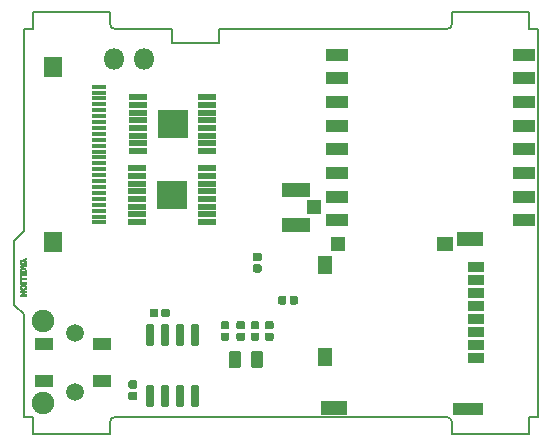
<source format=gbr>
%TF.GenerationSoftware,KiCad,Pcbnew,(5.1.4)-1*%
%TF.CreationDate,2019-12-19T18:18:08-07:00*%
%TF.ProjectId,mainboard,6d61696e-626f-4617-9264-2e6b69636164,rev?*%
%TF.SameCoordinates,Original*%
%TF.FileFunction,Soldermask,Bot*%
%TF.FilePolarity,Negative*%
%FSLAX46Y46*%
G04 Gerber Fmt 4.6, Leading zero omitted, Abs format (unit mm)*
G04 Created by KiCad (PCBNEW (5.1.4)-1) date 2019-12-19 18:18:08*
%MOMM*%
%LPD*%
G04 APERTURE LIST*
%ADD10C,0.150000*%
%ADD11C,0.010000*%
%ADD12O,1.801600X1.801600*%
%ADD13R,1.601600X1.801600*%
%ADD14R,1.201600X0.351600*%
%ADD15R,1.601600X1.101600*%
%ADD16C,0.100000*%
%ADD17C,0.691600*%
%ADD18R,1.151600X1.151600*%
%ADD19R,2.351600X1.151600*%
%ADD20R,2.561600X2.411600*%
%ADD21R,1.576600X0.551600*%
%ADD22R,1.901600X1.101600*%
%ADD23C,0.701600*%
%ADD24R,1.251600X1.601600*%
%ADD25R,2.301600X1.251600*%
%ADD26R,1.301600X1.261600*%
%ADD27R,1.351600X1.261600*%
%ADD28R,2.601600X1.051600*%
%ADD29R,1.341600X0.901600*%
%ADD30C,1.076600*%
%ADD31C,1.509600*%
%ADD32C,1.901600*%
G04 APERTURE END LIST*
D10*
X120902460Y-74415942D02*
X120102459Y-74415941D01*
X85102460Y-74415941D02*
G75*
G02X84602460Y-73915941I0J500000D01*
G01*
X113602459Y-73915941D02*
G75*
G02X113102459Y-74415941I-500000J0D01*
G01*
X113102459Y-107215941D02*
G75*
G02X113602459Y-107715941I0J-500000D01*
G01*
X84602460Y-107715941D02*
G75*
G02X85102460Y-107215941I500000J0D01*
G01*
X77340460Y-91475941D02*
X76502460Y-92313941D01*
X77340460Y-98555940D02*
X76502460Y-97790000D01*
X120102460Y-72915941D02*
X113602460Y-72915941D01*
X113602459Y-107715941D02*
X113602460Y-108715941D01*
X85102460Y-107215941D02*
X113102459Y-107215941D01*
X84602460Y-108715941D02*
X84602460Y-107715941D01*
X113602460Y-108715941D02*
X120102459Y-108715940D01*
X113102459Y-74415941D02*
X93872460Y-74415941D01*
X113602460Y-72915941D02*
X113602459Y-73915941D01*
X78102460Y-72915941D02*
X78102460Y-74415941D01*
X93872460Y-74415941D02*
X93872460Y-75565000D01*
X93872460Y-75565000D02*
X89872460Y-75565000D01*
X78102460Y-74415941D02*
X77340460Y-74415941D01*
X77340460Y-74415941D02*
X77340460Y-91475941D01*
X120102460Y-107215940D02*
X120902460Y-107215940D01*
X120102459Y-74415941D02*
X120102460Y-72915941D01*
X89872460Y-75565000D02*
X89872460Y-74415941D01*
X84602460Y-72915941D02*
X78102460Y-72915941D01*
X84602460Y-73915941D02*
X84602460Y-72915941D01*
X89872460Y-74415941D02*
X85102460Y-74415941D01*
X76502460Y-92313941D02*
X76502460Y-97790000D01*
X120902460Y-107215940D02*
X120902460Y-74415942D01*
X78102460Y-107215940D02*
X78102460Y-108715940D01*
X120102459Y-108715940D02*
X120102460Y-107215940D01*
X77340460Y-98555940D02*
X77340460Y-107215940D01*
X78102460Y-108715940D02*
X84602460Y-108715941D01*
X77340460Y-107215940D02*
X78102460Y-107215940D01*
D11*
G36*
X77492162Y-96213253D02*
G01*
X77482286Y-96165669D01*
X77476807Y-96152583D01*
X77435560Y-96098625D01*
X77378858Y-96060008D01*
X77312046Y-96037495D01*
X77240471Y-96031850D01*
X77169477Y-96043837D01*
X77104411Y-96074219D01*
X77076970Y-96095456D01*
X77030213Y-96153639D01*
X77005591Y-96221216D01*
X77004013Y-96293631D01*
X77023986Y-96361250D01*
X77054741Y-96413772D01*
X77094644Y-96450202D01*
X77143032Y-96475066D01*
X77216178Y-96493454D01*
X77240386Y-96492674D01*
X77240386Y-96378892D01*
X77185642Y-96370129D01*
X77137884Y-96347133D01*
X77122174Y-96333810D01*
X77094669Y-96291455D01*
X77091920Y-96246066D01*
X77113992Y-96200574D01*
X77119039Y-96194395D01*
X77139665Y-96174518D01*
X77164063Y-96162934D01*
X77200571Y-96156662D01*
X77231354Y-96154233D01*
X77303130Y-96156912D01*
X77358145Y-96174153D01*
X77394602Y-96204563D01*
X77410699Y-96246752D01*
X77407176Y-96290256D01*
X77385513Y-96329102D01*
X77346425Y-96357445D01*
X77296015Y-96374353D01*
X77240386Y-96378892D01*
X77240386Y-96492674D01*
X77291119Y-96491039D01*
X77362238Y-96469670D01*
X77423918Y-96431192D01*
X77470543Y-96377453D01*
X77477557Y-96365056D01*
X77489837Y-96323998D01*
X77494692Y-96269713D01*
X77492162Y-96213253D01*
X77492162Y-96213253D01*
G37*
X77492162Y-96213253D02*
X77482286Y-96165669D01*
X77476807Y-96152583D01*
X77435560Y-96098625D01*
X77378858Y-96060008D01*
X77312046Y-96037495D01*
X77240471Y-96031850D01*
X77169477Y-96043837D01*
X77104411Y-96074219D01*
X77076970Y-96095456D01*
X77030213Y-96153639D01*
X77005591Y-96221216D01*
X77004013Y-96293631D01*
X77023986Y-96361250D01*
X77054741Y-96413772D01*
X77094644Y-96450202D01*
X77143032Y-96475066D01*
X77216178Y-96493454D01*
X77240386Y-96492674D01*
X77240386Y-96378892D01*
X77185642Y-96370129D01*
X77137884Y-96347133D01*
X77122174Y-96333810D01*
X77094669Y-96291455D01*
X77091920Y-96246066D01*
X77113992Y-96200574D01*
X77119039Y-96194395D01*
X77139665Y-96174518D01*
X77164063Y-96162934D01*
X77200571Y-96156662D01*
X77231354Y-96154233D01*
X77303130Y-96156912D01*
X77358145Y-96174153D01*
X77394602Y-96204563D01*
X77410699Y-96246752D01*
X77407176Y-96290256D01*
X77385513Y-96329102D01*
X77346425Y-96357445D01*
X77296015Y-96374353D01*
X77240386Y-96378892D01*
X77240386Y-96492674D01*
X77291119Y-96491039D01*
X77362238Y-96469670D01*
X77423918Y-96431192D01*
X77470543Y-96377453D01*
X77477557Y-96365056D01*
X77489837Y-96323998D01*
X77494692Y-96269713D01*
X77492162Y-96213253D01*
G36*
X77494655Y-94873569D02*
G01*
X77491749Y-94819358D01*
X77486539Y-94773189D01*
X77482142Y-94751920D01*
X77453216Y-94689756D01*
X77408124Y-94642531D01*
X77351454Y-94610548D01*
X77287797Y-94594108D01*
X77221744Y-94593513D01*
X77157885Y-94609065D01*
X77100811Y-94641065D01*
X77055111Y-94689814D01*
X77037018Y-94722665D01*
X77023647Y-94765979D01*
X77013020Y-94824308D01*
X77006178Y-94887877D01*
X77004162Y-94946910D01*
X77008012Y-94991631D01*
X77008268Y-94992825D01*
X77011155Y-95002900D01*
X77017063Y-95010275D01*
X77029513Y-95015372D01*
X77052022Y-95018612D01*
X77088112Y-95020415D01*
X77141301Y-95021203D01*
X77215108Y-95021396D01*
X77247275Y-95021400D01*
X77330841Y-95021142D01*
X77392408Y-95020177D01*
X77406500Y-95019536D01*
X77406500Y-94907100D01*
X77085697Y-94907100D01*
X77092228Y-94849160D01*
X77106140Y-94795101D01*
X77128044Y-94760046D01*
X77177999Y-94724359D01*
X77238348Y-94708349D01*
X77301231Y-94714031D01*
X77304219Y-94714896D01*
X77358550Y-94742028D01*
X77392702Y-94784538D01*
X77406267Y-94841880D01*
X77406500Y-94851663D01*
X77406500Y-94907100D01*
X77406500Y-95019536D01*
X77435371Y-95018222D01*
X77463128Y-95014993D01*
X77479076Y-95010205D01*
X77486611Y-95003577D01*
X77487692Y-95001312D01*
X77492811Y-94972861D01*
X77495070Y-94927509D01*
X77494655Y-94873569D01*
X77494655Y-94873569D01*
G37*
X77494655Y-94873569D02*
X77491749Y-94819358D01*
X77486539Y-94773189D01*
X77482142Y-94751920D01*
X77453216Y-94689756D01*
X77408124Y-94642531D01*
X77351454Y-94610548D01*
X77287797Y-94594108D01*
X77221744Y-94593513D01*
X77157885Y-94609065D01*
X77100811Y-94641065D01*
X77055111Y-94689814D01*
X77037018Y-94722665D01*
X77023647Y-94765979D01*
X77013020Y-94824308D01*
X77006178Y-94887877D01*
X77004162Y-94946910D01*
X77008012Y-94991631D01*
X77008268Y-94992825D01*
X77011155Y-95002900D01*
X77017063Y-95010275D01*
X77029513Y-95015372D01*
X77052022Y-95018612D01*
X77088112Y-95020415D01*
X77141301Y-95021203D01*
X77215108Y-95021396D01*
X77247275Y-95021400D01*
X77330841Y-95021142D01*
X77392408Y-95020177D01*
X77406500Y-95019536D01*
X77406500Y-94907100D01*
X77085697Y-94907100D01*
X77092228Y-94849160D01*
X77106140Y-94795101D01*
X77128044Y-94760046D01*
X77177999Y-94724359D01*
X77238348Y-94708349D01*
X77301231Y-94714031D01*
X77304219Y-94714896D01*
X77358550Y-94742028D01*
X77392702Y-94784538D01*
X77406267Y-94841880D01*
X77406500Y-94851663D01*
X77406500Y-94907100D01*
X77406500Y-95019536D01*
X77435371Y-95018222D01*
X77463128Y-95014993D01*
X77479076Y-95010205D01*
X77486611Y-95003577D01*
X77487692Y-95001312D01*
X77492811Y-94972861D01*
X77495070Y-94927509D01*
X77494655Y-94873569D01*
G36*
X77303788Y-96862900D02*
G01*
X77311250Y-96678750D01*
X77495400Y-96671288D01*
X77495400Y-96570800D01*
X77012800Y-96570800D01*
X77012800Y-96671332D01*
X77209650Y-96678750D01*
X77209650Y-96856550D01*
X77111225Y-96860260D01*
X77012800Y-96863969D01*
X77012800Y-96964500D01*
X77495400Y-96964500D01*
X77495400Y-96862900D01*
X77303788Y-96862900D01*
X77303788Y-96862900D01*
G37*
X77303788Y-96862900D02*
X77311250Y-96678750D01*
X77495400Y-96671288D01*
X77495400Y-96570800D01*
X77012800Y-96570800D01*
X77012800Y-96671332D01*
X77209650Y-96678750D01*
X77209650Y-96856550D01*
X77111225Y-96860260D01*
X77012800Y-96863969D01*
X77012800Y-96964500D01*
X77495400Y-96964500D01*
X77495400Y-96862900D01*
X77303788Y-96862900D01*
G36*
X77101700Y-95846900D02*
G01*
X77101700Y-95656400D01*
X77012800Y-95656400D01*
X77012800Y-95961200D01*
X77495400Y-95961200D01*
X77495400Y-95846900D01*
X77101700Y-95846900D01*
X77101700Y-95846900D01*
G37*
X77101700Y-95846900D02*
X77101700Y-95656400D01*
X77012800Y-95656400D01*
X77012800Y-95961200D01*
X77495400Y-95961200D01*
X77495400Y-95846900D01*
X77101700Y-95846900D01*
G36*
X77101700Y-95478600D02*
G01*
X77101700Y-95288100D01*
X77012800Y-95288100D01*
X77012800Y-95592900D01*
X77495400Y-95592900D01*
X77495400Y-95478600D01*
X77101700Y-95478600D01*
X77101700Y-95478600D01*
G37*
X77101700Y-95478600D02*
X77101700Y-95288100D01*
X77012800Y-95288100D01*
X77012800Y-95592900D01*
X77495400Y-95592900D01*
X77495400Y-95478600D01*
X77101700Y-95478600D01*
G36*
X77012800Y-95110300D02*
G01*
X77012800Y-95224600D01*
X77495400Y-95224600D01*
X77495400Y-95110300D01*
X77012800Y-95110300D01*
X77012800Y-95110300D01*
G37*
X77012800Y-95110300D02*
X77012800Y-95224600D01*
X77495400Y-95224600D01*
X77495400Y-95110300D01*
X77012800Y-95110300D01*
G36*
X77495400Y-94342223D02*
G01*
X77494514Y-94303875D01*
X77492226Y-94278405D01*
X77489991Y-94272100D01*
X77476729Y-94268509D01*
X77443115Y-94258522D01*
X77393039Y-94243320D01*
X77330394Y-94224085D01*
X77259881Y-94202250D01*
X77188154Y-94180134D01*
X77124673Y-94160900D01*
X77073458Y-94145740D01*
X77038530Y-94135844D01*
X77023990Y-94132400D01*
X77017234Y-94143734D01*
X77013252Y-94172321D01*
X77012800Y-94187900D01*
X77014019Y-94221923D01*
X77022047Y-94240406D01*
X77043441Y-94251551D01*
X77069950Y-94259400D01*
X77127100Y-94275402D01*
X77127100Y-94421485D01*
X77069950Y-94435876D01*
X77012800Y-94450266D01*
X77012800Y-94508592D01*
X77015132Y-94546052D01*
X77022645Y-94561067D01*
X77028675Y-94560927D01*
X77045746Y-94555374D01*
X77082650Y-94543904D01*
X77134893Y-94527896D01*
X77197978Y-94508730D01*
X77225525Y-94500411D01*
X77225525Y-94398654D01*
X77219564Y-94387680D01*
X77216245Y-94359719D01*
X77216000Y-94348300D01*
X77216899Y-94316471D01*
X77219142Y-94298785D01*
X77220045Y-94297500D01*
X77234127Y-94300786D01*
X77264370Y-94309075D01*
X77302626Y-94320015D01*
X77340744Y-94331254D01*
X77370576Y-94340439D01*
X77381100Y-94343984D01*
X77377574Y-94349800D01*
X77356255Y-94360060D01*
X77323824Y-94372417D01*
X77286963Y-94384523D01*
X77252354Y-94394029D01*
X77226678Y-94398587D01*
X77225525Y-94398654D01*
X77225525Y-94500411D01*
X77241400Y-94495616D01*
X77326058Y-94470206D01*
X77389563Y-94450767D01*
X77434936Y-94435473D01*
X77465199Y-94422499D01*
X77483373Y-94410021D01*
X77492479Y-94396215D01*
X77495540Y-94379255D01*
X77495575Y-94357318D01*
X77495400Y-94342223D01*
X77495400Y-94342223D01*
G37*
X77495400Y-94342223D02*
X77494514Y-94303875D01*
X77492226Y-94278405D01*
X77489991Y-94272100D01*
X77476729Y-94268509D01*
X77443115Y-94258522D01*
X77393039Y-94243320D01*
X77330394Y-94224085D01*
X77259881Y-94202250D01*
X77188154Y-94180134D01*
X77124673Y-94160900D01*
X77073458Y-94145740D01*
X77038530Y-94135844D01*
X77023990Y-94132400D01*
X77017234Y-94143734D01*
X77013252Y-94172321D01*
X77012800Y-94187900D01*
X77014019Y-94221923D01*
X77022047Y-94240406D01*
X77043441Y-94251551D01*
X77069950Y-94259400D01*
X77127100Y-94275402D01*
X77127100Y-94421485D01*
X77069950Y-94435876D01*
X77012800Y-94450266D01*
X77012800Y-94508592D01*
X77015132Y-94546052D01*
X77022645Y-94561067D01*
X77028675Y-94560927D01*
X77045746Y-94555374D01*
X77082650Y-94543904D01*
X77134893Y-94527896D01*
X77197978Y-94508730D01*
X77225525Y-94500411D01*
X77225525Y-94398654D01*
X77219564Y-94387680D01*
X77216245Y-94359719D01*
X77216000Y-94348300D01*
X77216899Y-94316471D01*
X77219142Y-94298785D01*
X77220045Y-94297500D01*
X77234127Y-94300786D01*
X77264370Y-94309075D01*
X77302626Y-94320015D01*
X77340744Y-94331254D01*
X77370576Y-94340439D01*
X77381100Y-94343984D01*
X77377574Y-94349800D01*
X77356255Y-94360060D01*
X77323824Y-94372417D01*
X77286963Y-94384523D01*
X77252354Y-94394029D01*
X77226678Y-94398587D01*
X77225525Y-94398654D01*
X77225525Y-94500411D01*
X77241400Y-94495616D01*
X77326058Y-94470206D01*
X77389563Y-94450767D01*
X77434936Y-94435473D01*
X77465199Y-94422499D01*
X77483373Y-94410021D01*
X77492479Y-94396215D01*
X77495540Y-94379255D01*
X77495575Y-94357318D01*
X77495400Y-94342223D01*
G36*
X77495400Y-93809265D02*
G01*
X77494468Y-93774920D01*
X77492104Y-93754183D01*
X77490653Y-93751400D01*
X77478424Y-93757294D01*
X77448568Y-93773360D01*
X77405514Y-93797174D01*
X77353691Y-93826312D01*
X77351416Y-93827600D01*
X77294462Y-93859572D01*
X77253104Y-93881055D01*
X77220871Y-93894134D01*
X77191291Y-93900895D01*
X77157890Y-93903422D01*
X77114864Y-93903800D01*
X77012800Y-93903800D01*
X77012800Y-94018100D01*
X77118211Y-94018100D01*
X77168293Y-94019324D01*
X77208734Y-94022579D01*
X77232700Y-94027239D01*
X77235686Y-94028845D01*
X77251296Y-94038907D01*
X77284256Y-94057861D01*
X77329417Y-94082802D01*
X77371575Y-94105490D01*
X77495400Y-94171390D01*
X77495400Y-94046587D01*
X77285850Y-93956153D01*
X77336650Y-93935170D01*
X77400214Y-93908892D01*
X77444087Y-93889776D01*
X77471910Y-93874938D01*
X77487320Y-93861491D01*
X77493957Y-93846551D01*
X77495457Y-93827230D01*
X77495400Y-93809265D01*
X77495400Y-93809265D01*
G37*
X77495400Y-93809265D02*
X77494468Y-93774920D01*
X77492104Y-93754183D01*
X77490653Y-93751400D01*
X77478424Y-93757294D01*
X77448568Y-93773360D01*
X77405514Y-93797174D01*
X77353691Y-93826312D01*
X77351416Y-93827600D01*
X77294462Y-93859572D01*
X77253104Y-93881055D01*
X77220871Y-93894134D01*
X77191291Y-93900895D01*
X77157890Y-93903422D01*
X77114864Y-93903800D01*
X77012800Y-93903800D01*
X77012800Y-94018100D01*
X77118211Y-94018100D01*
X77168293Y-94019324D01*
X77208734Y-94022579D01*
X77232700Y-94027239D01*
X77235686Y-94028845D01*
X77251296Y-94038907D01*
X77284256Y-94057861D01*
X77329417Y-94082802D01*
X77371575Y-94105490D01*
X77495400Y-94171390D01*
X77495400Y-94046587D01*
X77285850Y-93956153D01*
X77336650Y-93935170D01*
X77400214Y-93908892D01*
X77444087Y-93889776D01*
X77471910Y-93874938D01*
X77487320Y-93861491D01*
X77493957Y-93846551D01*
X77495457Y-93827230D01*
X77495400Y-93809265D01*
D12*
X87503000Y-76962000D03*
X84963000Y-76962000D03*
D13*
X79810780Y-77611260D03*
X79810780Y-92411260D03*
D14*
X83710780Y-79261260D03*
X83710780Y-79761260D03*
X83710780Y-80261260D03*
X83710780Y-80761260D03*
X83710780Y-81261260D03*
X83710780Y-81761260D03*
X83710780Y-82261260D03*
X83710780Y-82761260D03*
X83710780Y-83261260D03*
X83710780Y-83761260D03*
X83710780Y-84261260D03*
X83710780Y-84761260D03*
X83710780Y-85261260D03*
X83710780Y-85761260D03*
X83710780Y-86261260D03*
X83710780Y-86761260D03*
X83710780Y-87261260D03*
X83710780Y-87761260D03*
X83710780Y-88261260D03*
X83710780Y-88761260D03*
X83710780Y-89261260D03*
X83710780Y-89761260D03*
X83710780Y-90261260D03*
X83710780Y-90761260D03*
D15*
X79020500Y-104216000D03*
X79020500Y-101016000D03*
X83920500Y-104216000D03*
X83920500Y-101016000D03*
D16*
G36*
X88541347Y-98055033D02*
G01*
X88558131Y-98057522D01*
X88574590Y-98061645D01*
X88590566Y-98067361D01*
X88605904Y-98074616D01*
X88620458Y-98083339D01*
X88634087Y-98093446D01*
X88646659Y-98104841D01*
X88658054Y-98117413D01*
X88668161Y-98131042D01*
X88676884Y-98145596D01*
X88684139Y-98160934D01*
X88689855Y-98176910D01*
X88693978Y-98193369D01*
X88696467Y-98210153D01*
X88697300Y-98227100D01*
X88697300Y-98622900D01*
X88696467Y-98639847D01*
X88693978Y-98656631D01*
X88689855Y-98673090D01*
X88684139Y-98689066D01*
X88676884Y-98704404D01*
X88668161Y-98718958D01*
X88658054Y-98732587D01*
X88646659Y-98745159D01*
X88634087Y-98756554D01*
X88620458Y-98766661D01*
X88605904Y-98775384D01*
X88590566Y-98782639D01*
X88574590Y-98788355D01*
X88558131Y-98792478D01*
X88541347Y-98794967D01*
X88524400Y-98795800D01*
X88178600Y-98795800D01*
X88161653Y-98794967D01*
X88144869Y-98792478D01*
X88128410Y-98788355D01*
X88112434Y-98782639D01*
X88097096Y-98775384D01*
X88082542Y-98766661D01*
X88068913Y-98756554D01*
X88056341Y-98745159D01*
X88044946Y-98732587D01*
X88034839Y-98718958D01*
X88026116Y-98704404D01*
X88018861Y-98689066D01*
X88013145Y-98673090D01*
X88009022Y-98656631D01*
X88006533Y-98639847D01*
X88005700Y-98622900D01*
X88005700Y-98227100D01*
X88006533Y-98210153D01*
X88009022Y-98193369D01*
X88013145Y-98176910D01*
X88018861Y-98160934D01*
X88026116Y-98145596D01*
X88034839Y-98131042D01*
X88044946Y-98117413D01*
X88056341Y-98104841D01*
X88068913Y-98093446D01*
X88082542Y-98083339D01*
X88097096Y-98074616D01*
X88112434Y-98067361D01*
X88128410Y-98061645D01*
X88144869Y-98057522D01*
X88161653Y-98055033D01*
X88178600Y-98054200D01*
X88524400Y-98054200D01*
X88541347Y-98055033D01*
X88541347Y-98055033D01*
G37*
D17*
X88351500Y-98425000D03*
D16*
G36*
X89511347Y-98055033D02*
G01*
X89528131Y-98057522D01*
X89544590Y-98061645D01*
X89560566Y-98067361D01*
X89575904Y-98074616D01*
X89590458Y-98083339D01*
X89604087Y-98093446D01*
X89616659Y-98104841D01*
X89628054Y-98117413D01*
X89638161Y-98131042D01*
X89646884Y-98145596D01*
X89654139Y-98160934D01*
X89659855Y-98176910D01*
X89663978Y-98193369D01*
X89666467Y-98210153D01*
X89667300Y-98227100D01*
X89667300Y-98622900D01*
X89666467Y-98639847D01*
X89663978Y-98656631D01*
X89659855Y-98673090D01*
X89654139Y-98689066D01*
X89646884Y-98704404D01*
X89638161Y-98718958D01*
X89628054Y-98732587D01*
X89616659Y-98745159D01*
X89604087Y-98756554D01*
X89590458Y-98766661D01*
X89575904Y-98775384D01*
X89560566Y-98782639D01*
X89544590Y-98788355D01*
X89528131Y-98792478D01*
X89511347Y-98794967D01*
X89494400Y-98795800D01*
X89148600Y-98795800D01*
X89131653Y-98794967D01*
X89114869Y-98792478D01*
X89098410Y-98788355D01*
X89082434Y-98782639D01*
X89067096Y-98775384D01*
X89052542Y-98766661D01*
X89038913Y-98756554D01*
X89026341Y-98745159D01*
X89014946Y-98732587D01*
X89004839Y-98718958D01*
X88996116Y-98704404D01*
X88988861Y-98689066D01*
X88983145Y-98673090D01*
X88979022Y-98656631D01*
X88976533Y-98639847D01*
X88975700Y-98622900D01*
X88975700Y-98227100D01*
X88976533Y-98210153D01*
X88979022Y-98193369D01*
X88983145Y-98176910D01*
X88988861Y-98160934D01*
X88996116Y-98145596D01*
X89004839Y-98131042D01*
X89014946Y-98117413D01*
X89026341Y-98104841D01*
X89038913Y-98093446D01*
X89052542Y-98083339D01*
X89067096Y-98074616D01*
X89082434Y-98067361D01*
X89098410Y-98061645D01*
X89114869Y-98057522D01*
X89131653Y-98055033D01*
X89148600Y-98054200D01*
X89494400Y-98054200D01*
X89511347Y-98055033D01*
X89511347Y-98055033D01*
G37*
D17*
X89321500Y-98425000D03*
D18*
X101905800Y-89484200D03*
D19*
X100380800Y-90959200D03*
X100380800Y-88009200D03*
D16*
G36*
X94575847Y-99121573D02*
G01*
X94592631Y-99124062D01*
X94609090Y-99128185D01*
X94625066Y-99133901D01*
X94640404Y-99141156D01*
X94654958Y-99149879D01*
X94668587Y-99159986D01*
X94681159Y-99171381D01*
X94692554Y-99183953D01*
X94702661Y-99197582D01*
X94711384Y-99212136D01*
X94718639Y-99227474D01*
X94724355Y-99243450D01*
X94728478Y-99259909D01*
X94730967Y-99276693D01*
X94731800Y-99293640D01*
X94731800Y-99639440D01*
X94730967Y-99656387D01*
X94728478Y-99673171D01*
X94724355Y-99689630D01*
X94718639Y-99705606D01*
X94711384Y-99720944D01*
X94702661Y-99735498D01*
X94692554Y-99749127D01*
X94681159Y-99761699D01*
X94668587Y-99773094D01*
X94654958Y-99783201D01*
X94640404Y-99791924D01*
X94625066Y-99799179D01*
X94609090Y-99804895D01*
X94592631Y-99809018D01*
X94575847Y-99811507D01*
X94558900Y-99812340D01*
X94163100Y-99812340D01*
X94146153Y-99811507D01*
X94129369Y-99809018D01*
X94112910Y-99804895D01*
X94096934Y-99799179D01*
X94081596Y-99791924D01*
X94067042Y-99783201D01*
X94053413Y-99773094D01*
X94040841Y-99761699D01*
X94029446Y-99749127D01*
X94019339Y-99735498D01*
X94010616Y-99720944D01*
X94003361Y-99705606D01*
X93997645Y-99689630D01*
X93993522Y-99673171D01*
X93991033Y-99656387D01*
X93990200Y-99639440D01*
X93990200Y-99293640D01*
X93991033Y-99276693D01*
X93993522Y-99259909D01*
X93997645Y-99243450D01*
X94003361Y-99227474D01*
X94010616Y-99212136D01*
X94019339Y-99197582D01*
X94029446Y-99183953D01*
X94040841Y-99171381D01*
X94053413Y-99159986D01*
X94067042Y-99149879D01*
X94081596Y-99141156D01*
X94096934Y-99133901D01*
X94112910Y-99128185D01*
X94129369Y-99124062D01*
X94146153Y-99121573D01*
X94163100Y-99120740D01*
X94558900Y-99120740D01*
X94575847Y-99121573D01*
X94575847Y-99121573D01*
G37*
D17*
X94361000Y-99466540D03*
D16*
G36*
X94575847Y-100091573D02*
G01*
X94592631Y-100094062D01*
X94609090Y-100098185D01*
X94625066Y-100103901D01*
X94640404Y-100111156D01*
X94654958Y-100119879D01*
X94668587Y-100129986D01*
X94681159Y-100141381D01*
X94692554Y-100153953D01*
X94702661Y-100167582D01*
X94711384Y-100182136D01*
X94718639Y-100197474D01*
X94724355Y-100213450D01*
X94728478Y-100229909D01*
X94730967Y-100246693D01*
X94731800Y-100263640D01*
X94731800Y-100609440D01*
X94730967Y-100626387D01*
X94728478Y-100643171D01*
X94724355Y-100659630D01*
X94718639Y-100675606D01*
X94711384Y-100690944D01*
X94702661Y-100705498D01*
X94692554Y-100719127D01*
X94681159Y-100731699D01*
X94668587Y-100743094D01*
X94654958Y-100753201D01*
X94640404Y-100761924D01*
X94625066Y-100769179D01*
X94609090Y-100774895D01*
X94592631Y-100779018D01*
X94575847Y-100781507D01*
X94558900Y-100782340D01*
X94163100Y-100782340D01*
X94146153Y-100781507D01*
X94129369Y-100779018D01*
X94112910Y-100774895D01*
X94096934Y-100769179D01*
X94081596Y-100761924D01*
X94067042Y-100753201D01*
X94053413Y-100743094D01*
X94040841Y-100731699D01*
X94029446Y-100719127D01*
X94019339Y-100705498D01*
X94010616Y-100690944D01*
X94003361Y-100675606D01*
X93997645Y-100659630D01*
X93993522Y-100643171D01*
X93991033Y-100626387D01*
X93990200Y-100609440D01*
X93990200Y-100263640D01*
X93991033Y-100246693D01*
X93993522Y-100229909D01*
X93997645Y-100213450D01*
X94003361Y-100197474D01*
X94010616Y-100182136D01*
X94019339Y-100167582D01*
X94029446Y-100153953D01*
X94040841Y-100141381D01*
X94053413Y-100129986D01*
X94067042Y-100119879D01*
X94081596Y-100111156D01*
X94096934Y-100103901D01*
X94112910Y-100098185D01*
X94129369Y-100094062D01*
X94146153Y-100091573D01*
X94163100Y-100090740D01*
X94558900Y-100090740D01*
X94575847Y-100091573D01*
X94575847Y-100091573D01*
G37*
D17*
X94361000Y-100436540D03*
D16*
G36*
X97306347Y-94310533D02*
G01*
X97323131Y-94313022D01*
X97339590Y-94317145D01*
X97355566Y-94322861D01*
X97370904Y-94330116D01*
X97385458Y-94338839D01*
X97399087Y-94348946D01*
X97411659Y-94360341D01*
X97423054Y-94372913D01*
X97433161Y-94386542D01*
X97441884Y-94401096D01*
X97449139Y-94416434D01*
X97454855Y-94432410D01*
X97458978Y-94448869D01*
X97461467Y-94465653D01*
X97462300Y-94482600D01*
X97462300Y-94828400D01*
X97461467Y-94845347D01*
X97458978Y-94862131D01*
X97454855Y-94878590D01*
X97449139Y-94894566D01*
X97441884Y-94909904D01*
X97433161Y-94924458D01*
X97423054Y-94938087D01*
X97411659Y-94950659D01*
X97399087Y-94962054D01*
X97385458Y-94972161D01*
X97370904Y-94980884D01*
X97355566Y-94988139D01*
X97339590Y-94993855D01*
X97323131Y-94997978D01*
X97306347Y-95000467D01*
X97289400Y-95001300D01*
X96893600Y-95001300D01*
X96876653Y-95000467D01*
X96859869Y-94997978D01*
X96843410Y-94993855D01*
X96827434Y-94988139D01*
X96812096Y-94980884D01*
X96797542Y-94972161D01*
X96783913Y-94962054D01*
X96771341Y-94950659D01*
X96759946Y-94938087D01*
X96749839Y-94924458D01*
X96741116Y-94909904D01*
X96733861Y-94894566D01*
X96728145Y-94878590D01*
X96724022Y-94862131D01*
X96721533Y-94845347D01*
X96720700Y-94828400D01*
X96720700Y-94482600D01*
X96721533Y-94465653D01*
X96724022Y-94448869D01*
X96728145Y-94432410D01*
X96733861Y-94416434D01*
X96741116Y-94401096D01*
X96749839Y-94386542D01*
X96759946Y-94372913D01*
X96771341Y-94360341D01*
X96783913Y-94348946D01*
X96797542Y-94338839D01*
X96812096Y-94330116D01*
X96827434Y-94322861D01*
X96843410Y-94317145D01*
X96859869Y-94313022D01*
X96876653Y-94310533D01*
X96893600Y-94309700D01*
X97289400Y-94309700D01*
X97306347Y-94310533D01*
X97306347Y-94310533D01*
G37*
D17*
X97091500Y-94655500D03*
D16*
G36*
X97306347Y-93340533D02*
G01*
X97323131Y-93343022D01*
X97339590Y-93347145D01*
X97355566Y-93352861D01*
X97370904Y-93360116D01*
X97385458Y-93368839D01*
X97399087Y-93378946D01*
X97411659Y-93390341D01*
X97423054Y-93402913D01*
X97433161Y-93416542D01*
X97441884Y-93431096D01*
X97449139Y-93446434D01*
X97454855Y-93462410D01*
X97458978Y-93478869D01*
X97461467Y-93495653D01*
X97462300Y-93512600D01*
X97462300Y-93858400D01*
X97461467Y-93875347D01*
X97458978Y-93892131D01*
X97454855Y-93908590D01*
X97449139Y-93924566D01*
X97441884Y-93939904D01*
X97433161Y-93954458D01*
X97423054Y-93968087D01*
X97411659Y-93980659D01*
X97399087Y-93992054D01*
X97385458Y-94002161D01*
X97370904Y-94010884D01*
X97355566Y-94018139D01*
X97339590Y-94023855D01*
X97323131Y-94027978D01*
X97306347Y-94030467D01*
X97289400Y-94031300D01*
X96893600Y-94031300D01*
X96876653Y-94030467D01*
X96859869Y-94027978D01*
X96843410Y-94023855D01*
X96827434Y-94018139D01*
X96812096Y-94010884D01*
X96797542Y-94002161D01*
X96783913Y-93992054D01*
X96771341Y-93980659D01*
X96759946Y-93968087D01*
X96749839Y-93954458D01*
X96741116Y-93939904D01*
X96733861Y-93924566D01*
X96728145Y-93908590D01*
X96724022Y-93892131D01*
X96721533Y-93875347D01*
X96720700Y-93858400D01*
X96720700Y-93512600D01*
X96721533Y-93495653D01*
X96724022Y-93478869D01*
X96728145Y-93462410D01*
X96733861Y-93446434D01*
X96741116Y-93431096D01*
X96749839Y-93416542D01*
X96759946Y-93402913D01*
X96771341Y-93390341D01*
X96783913Y-93378946D01*
X96797542Y-93368839D01*
X96812096Y-93360116D01*
X96827434Y-93352861D01*
X96843410Y-93347145D01*
X96859869Y-93343022D01*
X96876653Y-93340533D01*
X96893600Y-93339700D01*
X97289400Y-93339700D01*
X97306347Y-93340533D01*
X97306347Y-93340533D01*
G37*
D17*
X97091500Y-93685500D03*
D20*
X89877900Y-88442800D03*
D21*
X92815900Y-90717800D03*
X92815900Y-90067800D03*
X92815900Y-89417800D03*
X92815900Y-88767800D03*
X92815900Y-88117800D03*
X92815900Y-87467800D03*
X92815900Y-86817800D03*
X92815900Y-86167800D03*
X86939900Y-86167800D03*
X86939900Y-86817800D03*
X86939900Y-87467800D03*
X86939900Y-88117800D03*
X86939900Y-88767800D03*
X86939900Y-89417800D03*
X86939900Y-90067800D03*
X86939900Y-90717800D03*
D20*
X89928700Y-82448400D03*
D21*
X92866700Y-84723400D03*
X92866700Y-84073400D03*
X92866700Y-83423400D03*
X92866700Y-82773400D03*
X92866700Y-82123400D03*
X92866700Y-81473400D03*
X92866700Y-80823400D03*
X92866700Y-80173400D03*
X86990700Y-80173400D03*
X86990700Y-80823400D03*
X86990700Y-81473400D03*
X86990700Y-82123400D03*
X86990700Y-82773400D03*
X86990700Y-83423400D03*
X86990700Y-84073400D03*
X86990700Y-84723400D03*
D22*
X103860000Y-76566000D03*
X103860000Y-78566000D03*
X103860000Y-80566000D03*
X103860000Y-82566000D03*
X103860000Y-84566000D03*
X103860000Y-86566000D03*
X103860000Y-88566000D03*
X103860000Y-90566000D03*
X119660000Y-90566000D03*
X119660000Y-88566000D03*
X119660000Y-86566000D03*
X119660000Y-84566000D03*
X119660000Y-82566000D03*
X119660000Y-80566000D03*
X119660000Y-78566000D03*
X119660000Y-76566000D03*
D16*
G36*
X88203592Y-104520045D02*
G01*
X88220619Y-104522570D01*
X88237316Y-104526753D01*
X88253523Y-104532552D01*
X88269083Y-104539911D01*
X88283847Y-104548760D01*
X88297673Y-104559014D01*
X88310427Y-104570573D01*
X88321986Y-104583327D01*
X88332240Y-104597153D01*
X88341089Y-104611917D01*
X88348448Y-104627477D01*
X88354247Y-104643684D01*
X88358430Y-104660381D01*
X88360955Y-104677408D01*
X88361800Y-104694600D01*
X88361800Y-106195400D01*
X88360955Y-106212592D01*
X88358430Y-106229619D01*
X88354247Y-106246316D01*
X88348448Y-106262523D01*
X88341089Y-106278083D01*
X88332240Y-106292847D01*
X88321986Y-106306673D01*
X88310427Y-106319427D01*
X88297673Y-106330986D01*
X88283847Y-106341240D01*
X88269083Y-106350089D01*
X88253523Y-106357448D01*
X88237316Y-106363247D01*
X88220619Y-106367430D01*
X88203592Y-106369955D01*
X88186400Y-106370800D01*
X87835600Y-106370800D01*
X87818408Y-106369955D01*
X87801381Y-106367430D01*
X87784684Y-106363247D01*
X87768477Y-106357448D01*
X87752917Y-106350089D01*
X87738153Y-106341240D01*
X87724327Y-106330986D01*
X87711573Y-106319427D01*
X87700014Y-106306673D01*
X87689760Y-106292847D01*
X87680911Y-106278083D01*
X87673552Y-106262523D01*
X87667753Y-106246316D01*
X87663570Y-106229619D01*
X87661045Y-106212592D01*
X87660200Y-106195400D01*
X87660200Y-104694600D01*
X87661045Y-104677408D01*
X87663570Y-104660381D01*
X87667753Y-104643684D01*
X87673552Y-104627477D01*
X87680911Y-104611917D01*
X87689760Y-104597153D01*
X87700014Y-104583327D01*
X87711573Y-104570573D01*
X87724327Y-104559014D01*
X87738153Y-104548760D01*
X87752917Y-104539911D01*
X87768477Y-104532552D01*
X87784684Y-104526753D01*
X87801381Y-104522570D01*
X87818408Y-104520045D01*
X87835600Y-104519200D01*
X88186400Y-104519200D01*
X88203592Y-104520045D01*
X88203592Y-104520045D01*
G37*
D23*
X88011000Y-105445000D03*
D16*
G36*
X89473592Y-104520045D02*
G01*
X89490619Y-104522570D01*
X89507316Y-104526753D01*
X89523523Y-104532552D01*
X89539083Y-104539911D01*
X89553847Y-104548760D01*
X89567673Y-104559014D01*
X89580427Y-104570573D01*
X89591986Y-104583327D01*
X89602240Y-104597153D01*
X89611089Y-104611917D01*
X89618448Y-104627477D01*
X89624247Y-104643684D01*
X89628430Y-104660381D01*
X89630955Y-104677408D01*
X89631800Y-104694600D01*
X89631800Y-106195400D01*
X89630955Y-106212592D01*
X89628430Y-106229619D01*
X89624247Y-106246316D01*
X89618448Y-106262523D01*
X89611089Y-106278083D01*
X89602240Y-106292847D01*
X89591986Y-106306673D01*
X89580427Y-106319427D01*
X89567673Y-106330986D01*
X89553847Y-106341240D01*
X89539083Y-106350089D01*
X89523523Y-106357448D01*
X89507316Y-106363247D01*
X89490619Y-106367430D01*
X89473592Y-106369955D01*
X89456400Y-106370800D01*
X89105600Y-106370800D01*
X89088408Y-106369955D01*
X89071381Y-106367430D01*
X89054684Y-106363247D01*
X89038477Y-106357448D01*
X89022917Y-106350089D01*
X89008153Y-106341240D01*
X88994327Y-106330986D01*
X88981573Y-106319427D01*
X88970014Y-106306673D01*
X88959760Y-106292847D01*
X88950911Y-106278083D01*
X88943552Y-106262523D01*
X88937753Y-106246316D01*
X88933570Y-106229619D01*
X88931045Y-106212592D01*
X88930200Y-106195400D01*
X88930200Y-104694600D01*
X88931045Y-104677408D01*
X88933570Y-104660381D01*
X88937753Y-104643684D01*
X88943552Y-104627477D01*
X88950911Y-104611917D01*
X88959760Y-104597153D01*
X88970014Y-104583327D01*
X88981573Y-104570573D01*
X88994327Y-104559014D01*
X89008153Y-104548760D01*
X89022917Y-104539911D01*
X89038477Y-104532552D01*
X89054684Y-104526753D01*
X89071381Y-104522570D01*
X89088408Y-104520045D01*
X89105600Y-104519200D01*
X89456400Y-104519200D01*
X89473592Y-104520045D01*
X89473592Y-104520045D01*
G37*
D23*
X89281000Y-105445000D03*
D16*
G36*
X90743592Y-104520045D02*
G01*
X90760619Y-104522570D01*
X90777316Y-104526753D01*
X90793523Y-104532552D01*
X90809083Y-104539911D01*
X90823847Y-104548760D01*
X90837673Y-104559014D01*
X90850427Y-104570573D01*
X90861986Y-104583327D01*
X90872240Y-104597153D01*
X90881089Y-104611917D01*
X90888448Y-104627477D01*
X90894247Y-104643684D01*
X90898430Y-104660381D01*
X90900955Y-104677408D01*
X90901800Y-104694600D01*
X90901800Y-106195400D01*
X90900955Y-106212592D01*
X90898430Y-106229619D01*
X90894247Y-106246316D01*
X90888448Y-106262523D01*
X90881089Y-106278083D01*
X90872240Y-106292847D01*
X90861986Y-106306673D01*
X90850427Y-106319427D01*
X90837673Y-106330986D01*
X90823847Y-106341240D01*
X90809083Y-106350089D01*
X90793523Y-106357448D01*
X90777316Y-106363247D01*
X90760619Y-106367430D01*
X90743592Y-106369955D01*
X90726400Y-106370800D01*
X90375600Y-106370800D01*
X90358408Y-106369955D01*
X90341381Y-106367430D01*
X90324684Y-106363247D01*
X90308477Y-106357448D01*
X90292917Y-106350089D01*
X90278153Y-106341240D01*
X90264327Y-106330986D01*
X90251573Y-106319427D01*
X90240014Y-106306673D01*
X90229760Y-106292847D01*
X90220911Y-106278083D01*
X90213552Y-106262523D01*
X90207753Y-106246316D01*
X90203570Y-106229619D01*
X90201045Y-106212592D01*
X90200200Y-106195400D01*
X90200200Y-104694600D01*
X90201045Y-104677408D01*
X90203570Y-104660381D01*
X90207753Y-104643684D01*
X90213552Y-104627477D01*
X90220911Y-104611917D01*
X90229760Y-104597153D01*
X90240014Y-104583327D01*
X90251573Y-104570573D01*
X90264327Y-104559014D01*
X90278153Y-104548760D01*
X90292917Y-104539911D01*
X90308477Y-104532552D01*
X90324684Y-104526753D01*
X90341381Y-104522570D01*
X90358408Y-104520045D01*
X90375600Y-104519200D01*
X90726400Y-104519200D01*
X90743592Y-104520045D01*
X90743592Y-104520045D01*
G37*
D23*
X90551000Y-105445000D03*
D16*
G36*
X92013592Y-104520045D02*
G01*
X92030619Y-104522570D01*
X92047316Y-104526753D01*
X92063523Y-104532552D01*
X92079083Y-104539911D01*
X92093847Y-104548760D01*
X92107673Y-104559014D01*
X92120427Y-104570573D01*
X92131986Y-104583327D01*
X92142240Y-104597153D01*
X92151089Y-104611917D01*
X92158448Y-104627477D01*
X92164247Y-104643684D01*
X92168430Y-104660381D01*
X92170955Y-104677408D01*
X92171800Y-104694600D01*
X92171800Y-106195400D01*
X92170955Y-106212592D01*
X92168430Y-106229619D01*
X92164247Y-106246316D01*
X92158448Y-106262523D01*
X92151089Y-106278083D01*
X92142240Y-106292847D01*
X92131986Y-106306673D01*
X92120427Y-106319427D01*
X92107673Y-106330986D01*
X92093847Y-106341240D01*
X92079083Y-106350089D01*
X92063523Y-106357448D01*
X92047316Y-106363247D01*
X92030619Y-106367430D01*
X92013592Y-106369955D01*
X91996400Y-106370800D01*
X91645600Y-106370800D01*
X91628408Y-106369955D01*
X91611381Y-106367430D01*
X91594684Y-106363247D01*
X91578477Y-106357448D01*
X91562917Y-106350089D01*
X91548153Y-106341240D01*
X91534327Y-106330986D01*
X91521573Y-106319427D01*
X91510014Y-106306673D01*
X91499760Y-106292847D01*
X91490911Y-106278083D01*
X91483552Y-106262523D01*
X91477753Y-106246316D01*
X91473570Y-106229619D01*
X91471045Y-106212592D01*
X91470200Y-106195400D01*
X91470200Y-104694600D01*
X91471045Y-104677408D01*
X91473570Y-104660381D01*
X91477753Y-104643684D01*
X91483552Y-104627477D01*
X91490911Y-104611917D01*
X91499760Y-104597153D01*
X91510014Y-104583327D01*
X91521573Y-104570573D01*
X91534327Y-104559014D01*
X91548153Y-104548760D01*
X91562917Y-104539911D01*
X91578477Y-104532552D01*
X91594684Y-104526753D01*
X91611381Y-104522570D01*
X91628408Y-104520045D01*
X91645600Y-104519200D01*
X91996400Y-104519200D01*
X92013592Y-104520045D01*
X92013592Y-104520045D01*
G37*
D23*
X91821000Y-105445000D03*
D16*
G36*
X92013592Y-99370045D02*
G01*
X92030619Y-99372570D01*
X92047316Y-99376753D01*
X92063523Y-99382552D01*
X92079083Y-99389911D01*
X92093847Y-99398760D01*
X92107673Y-99409014D01*
X92120427Y-99420573D01*
X92131986Y-99433327D01*
X92142240Y-99447153D01*
X92151089Y-99461917D01*
X92158448Y-99477477D01*
X92164247Y-99493684D01*
X92168430Y-99510381D01*
X92170955Y-99527408D01*
X92171800Y-99544600D01*
X92171800Y-101045400D01*
X92170955Y-101062592D01*
X92168430Y-101079619D01*
X92164247Y-101096316D01*
X92158448Y-101112523D01*
X92151089Y-101128083D01*
X92142240Y-101142847D01*
X92131986Y-101156673D01*
X92120427Y-101169427D01*
X92107673Y-101180986D01*
X92093847Y-101191240D01*
X92079083Y-101200089D01*
X92063523Y-101207448D01*
X92047316Y-101213247D01*
X92030619Y-101217430D01*
X92013592Y-101219955D01*
X91996400Y-101220800D01*
X91645600Y-101220800D01*
X91628408Y-101219955D01*
X91611381Y-101217430D01*
X91594684Y-101213247D01*
X91578477Y-101207448D01*
X91562917Y-101200089D01*
X91548153Y-101191240D01*
X91534327Y-101180986D01*
X91521573Y-101169427D01*
X91510014Y-101156673D01*
X91499760Y-101142847D01*
X91490911Y-101128083D01*
X91483552Y-101112523D01*
X91477753Y-101096316D01*
X91473570Y-101079619D01*
X91471045Y-101062592D01*
X91470200Y-101045400D01*
X91470200Y-99544600D01*
X91471045Y-99527408D01*
X91473570Y-99510381D01*
X91477753Y-99493684D01*
X91483552Y-99477477D01*
X91490911Y-99461917D01*
X91499760Y-99447153D01*
X91510014Y-99433327D01*
X91521573Y-99420573D01*
X91534327Y-99409014D01*
X91548153Y-99398760D01*
X91562917Y-99389911D01*
X91578477Y-99382552D01*
X91594684Y-99376753D01*
X91611381Y-99372570D01*
X91628408Y-99370045D01*
X91645600Y-99369200D01*
X91996400Y-99369200D01*
X92013592Y-99370045D01*
X92013592Y-99370045D01*
G37*
D23*
X91821000Y-100295000D03*
D16*
G36*
X90743592Y-99370045D02*
G01*
X90760619Y-99372570D01*
X90777316Y-99376753D01*
X90793523Y-99382552D01*
X90809083Y-99389911D01*
X90823847Y-99398760D01*
X90837673Y-99409014D01*
X90850427Y-99420573D01*
X90861986Y-99433327D01*
X90872240Y-99447153D01*
X90881089Y-99461917D01*
X90888448Y-99477477D01*
X90894247Y-99493684D01*
X90898430Y-99510381D01*
X90900955Y-99527408D01*
X90901800Y-99544600D01*
X90901800Y-101045400D01*
X90900955Y-101062592D01*
X90898430Y-101079619D01*
X90894247Y-101096316D01*
X90888448Y-101112523D01*
X90881089Y-101128083D01*
X90872240Y-101142847D01*
X90861986Y-101156673D01*
X90850427Y-101169427D01*
X90837673Y-101180986D01*
X90823847Y-101191240D01*
X90809083Y-101200089D01*
X90793523Y-101207448D01*
X90777316Y-101213247D01*
X90760619Y-101217430D01*
X90743592Y-101219955D01*
X90726400Y-101220800D01*
X90375600Y-101220800D01*
X90358408Y-101219955D01*
X90341381Y-101217430D01*
X90324684Y-101213247D01*
X90308477Y-101207448D01*
X90292917Y-101200089D01*
X90278153Y-101191240D01*
X90264327Y-101180986D01*
X90251573Y-101169427D01*
X90240014Y-101156673D01*
X90229760Y-101142847D01*
X90220911Y-101128083D01*
X90213552Y-101112523D01*
X90207753Y-101096316D01*
X90203570Y-101079619D01*
X90201045Y-101062592D01*
X90200200Y-101045400D01*
X90200200Y-99544600D01*
X90201045Y-99527408D01*
X90203570Y-99510381D01*
X90207753Y-99493684D01*
X90213552Y-99477477D01*
X90220911Y-99461917D01*
X90229760Y-99447153D01*
X90240014Y-99433327D01*
X90251573Y-99420573D01*
X90264327Y-99409014D01*
X90278153Y-99398760D01*
X90292917Y-99389911D01*
X90308477Y-99382552D01*
X90324684Y-99376753D01*
X90341381Y-99372570D01*
X90358408Y-99370045D01*
X90375600Y-99369200D01*
X90726400Y-99369200D01*
X90743592Y-99370045D01*
X90743592Y-99370045D01*
G37*
D23*
X90551000Y-100295000D03*
D16*
G36*
X89473592Y-99370045D02*
G01*
X89490619Y-99372570D01*
X89507316Y-99376753D01*
X89523523Y-99382552D01*
X89539083Y-99389911D01*
X89553847Y-99398760D01*
X89567673Y-99409014D01*
X89580427Y-99420573D01*
X89591986Y-99433327D01*
X89602240Y-99447153D01*
X89611089Y-99461917D01*
X89618448Y-99477477D01*
X89624247Y-99493684D01*
X89628430Y-99510381D01*
X89630955Y-99527408D01*
X89631800Y-99544600D01*
X89631800Y-101045400D01*
X89630955Y-101062592D01*
X89628430Y-101079619D01*
X89624247Y-101096316D01*
X89618448Y-101112523D01*
X89611089Y-101128083D01*
X89602240Y-101142847D01*
X89591986Y-101156673D01*
X89580427Y-101169427D01*
X89567673Y-101180986D01*
X89553847Y-101191240D01*
X89539083Y-101200089D01*
X89523523Y-101207448D01*
X89507316Y-101213247D01*
X89490619Y-101217430D01*
X89473592Y-101219955D01*
X89456400Y-101220800D01*
X89105600Y-101220800D01*
X89088408Y-101219955D01*
X89071381Y-101217430D01*
X89054684Y-101213247D01*
X89038477Y-101207448D01*
X89022917Y-101200089D01*
X89008153Y-101191240D01*
X88994327Y-101180986D01*
X88981573Y-101169427D01*
X88970014Y-101156673D01*
X88959760Y-101142847D01*
X88950911Y-101128083D01*
X88943552Y-101112523D01*
X88937753Y-101096316D01*
X88933570Y-101079619D01*
X88931045Y-101062592D01*
X88930200Y-101045400D01*
X88930200Y-99544600D01*
X88931045Y-99527408D01*
X88933570Y-99510381D01*
X88937753Y-99493684D01*
X88943552Y-99477477D01*
X88950911Y-99461917D01*
X88959760Y-99447153D01*
X88970014Y-99433327D01*
X88981573Y-99420573D01*
X88994327Y-99409014D01*
X89008153Y-99398760D01*
X89022917Y-99389911D01*
X89038477Y-99382552D01*
X89054684Y-99376753D01*
X89071381Y-99372570D01*
X89088408Y-99370045D01*
X89105600Y-99369200D01*
X89456400Y-99369200D01*
X89473592Y-99370045D01*
X89473592Y-99370045D01*
G37*
D23*
X89281000Y-100295000D03*
D16*
G36*
X88203592Y-99370045D02*
G01*
X88220619Y-99372570D01*
X88237316Y-99376753D01*
X88253523Y-99382552D01*
X88269083Y-99389911D01*
X88283847Y-99398760D01*
X88297673Y-99409014D01*
X88310427Y-99420573D01*
X88321986Y-99433327D01*
X88332240Y-99447153D01*
X88341089Y-99461917D01*
X88348448Y-99477477D01*
X88354247Y-99493684D01*
X88358430Y-99510381D01*
X88360955Y-99527408D01*
X88361800Y-99544600D01*
X88361800Y-101045400D01*
X88360955Y-101062592D01*
X88358430Y-101079619D01*
X88354247Y-101096316D01*
X88348448Y-101112523D01*
X88341089Y-101128083D01*
X88332240Y-101142847D01*
X88321986Y-101156673D01*
X88310427Y-101169427D01*
X88297673Y-101180986D01*
X88283847Y-101191240D01*
X88269083Y-101200089D01*
X88253523Y-101207448D01*
X88237316Y-101213247D01*
X88220619Y-101217430D01*
X88203592Y-101219955D01*
X88186400Y-101220800D01*
X87835600Y-101220800D01*
X87818408Y-101219955D01*
X87801381Y-101217430D01*
X87784684Y-101213247D01*
X87768477Y-101207448D01*
X87752917Y-101200089D01*
X87738153Y-101191240D01*
X87724327Y-101180986D01*
X87711573Y-101169427D01*
X87700014Y-101156673D01*
X87689760Y-101142847D01*
X87680911Y-101128083D01*
X87673552Y-101112523D01*
X87667753Y-101096316D01*
X87663570Y-101079619D01*
X87661045Y-101062592D01*
X87660200Y-101045400D01*
X87660200Y-99544600D01*
X87661045Y-99527408D01*
X87663570Y-99510381D01*
X87667753Y-99493684D01*
X87673552Y-99477477D01*
X87680911Y-99461917D01*
X87689760Y-99447153D01*
X87700014Y-99433327D01*
X87711573Y-99420573D01*
X87724327Y-99409014D01*
X87738153Y-99398760D01*
X87752917Y-99389911D01*
X87768477Y-99382552D01*
X87784684Y-99376753D01*
X87801381Y-99372570D01*
X87818408Y-99370045D01*
X87835600Y-99369200D01*
X88186400Y-99369200D01*
X88203592Y-99370045D01*
X88203592Y-99370045D01*
G37*
D23*
X88011000Y-100295000D03*
D16*
G36*
X86765347Y-105105533D02*
G01*
X86782131Y-105108022D01*
X86798590Y-105112145D01*
X86814566Y-105117861D01*
X86829904Y-105125116D01*
X86844458Y-105133839D01*
X86858087Y-105143946D01*
X86870659Y-105155341D01*
X86882054Y-105167913D01*
X86892161Y-105181542D01*
X86900884Y-105196096D01*
X86908139Y-105211434D01*
X86913855Y-105227410D01*
X86917978Y-105243869D01*
X86920467Y-105260653D01*
X86921300Y-105277600D01*
X86921300Y-105623400D01*
X86920467Y-105640347D01*
X86917978Y-105657131D01*
X86913855Y-105673590D01*
X86908139Y-105689566D01*
X86900884Y-105704904D01*
X86892161Y-105719458D01*
X86882054Y-105733087D01*
X86870659Y-105745659D01*
X86858087Y-105757054D01*
X86844458Y-105767161D01*
X86829904Y-105775884D01*
X86814566Y-105783139D01*
X86798590Y-105788855D01*
X86782131Y-105792978D01*
X86765347Y-105795467D01*
X86748400Y-105796300D01*
X86352600Y-105796300D01*
X86335653Y-105795467D01*
X86318869Y-105792978D01*
X86302410Y-105788855D01*
X86286434Y-105783139D01*
X86271096Y-105775884D01*
X86256542Y-105767161D01*
X86242913Y-105757054D01*
X86230341Y-105745659D01*
X86218946Y-105733087D01*
X86208839Y-105719458D01*
X86200116Y-105704904D01*
X86192861Y-105689566D01*
X86187145Y-105673590D01*
X86183022Y-105657131D01*
X86180533Y-105640347D01*
X86179700Y-105623400D01*
X86179700Y-105277600D01*
X86180533Y-105260653D01*
X86183022Y-105243869D01*
X86187145Y-105227410D01*
X86192861Y-105211434D01*
X86200116Y-105196096D01*
X86208839Y-105181542D01*
X86218946Y-105167913D01*
X86230341Y-105155341D01*
X86242913Y-105143946D01*
X86256542Y-105133839D01*
X86271096Y-105125116D01*
X86286434Y-105117861D01*
X86302410Y-105112145D01*
X86318869Y-105108022D01*
X86335653Y-105105533D01*
X86352600Y-105104700D01*
X86748400Y-105104700D01*
X86765347Y-105105533D01*
X86765347Y-105105533D01*
G37*
D17*
X86550500Y-105450500D03*
D16*
G36*
X86765347Y-104135533D02*
G01*
X86782131Y-104138022D01*
X86798590Y-104142145D01*
X86814566Y-104147861D01*
X86829904Y-104155116D01*
X86844458Y-104163839D01*
X86858087Y-104173946D01*
X86870659Y-104185341D01*
X86882054Y-104197913D01*
X86892161Y-104211542D01*
X86900884Y-104226096D01*
X86908139Y-104241434D01*
X86913855Y-104257410D01*
X86917978Y-104273869D01*
X86920467Y-104290653D01*
X86921300Y-104307600D01*
X86921300Y-104653400D01*
X86920467Y-104670347D01*
X86917978Y-104687131D01*
X86913855Y-104703590D01*
X86908139Y-104719566D01*
X86900884Y-104734904D01*
X86892161Y-104749458D01*
X86882054Y-104763087D01*
X86870659Y-104775659D01*
X86858087Y-104787054D01*
X86844458Y-104797161D01*
X86829904Y-104805884D01*
X86814566Y-104813139D01*
X86798590Y-104818855D01*
X86782131Y-104822978D01*
X86765347Y-104825467D01*
X86748400Y-104826300D01*
X86352600Y-104826300D01*
X86335653Y-104825467D01*
X86318869Y-104822978D01*
X86302410Y-104818855D01*
X86286434Y-104813139D01*
X86271096Y-104805884D01*
X86256542Y-104797161D01*
X86242913Y-104787054D01*
X86230341Y-104775659D01*
X86218946Y-104763087D01*
X86208839Y-104749458D01*
X86200116Y-104734904D01*
X86192861Y-104719566D01*
X86187145Y-104703590D01*
X86183022Y-104687131D01*
X86180533Y-104670347D01*
X86179700Y-104653400D01*
X86179700Y-104307600D01*
X86180533Y-104290653D01*
X86183022Y-104273869D01*
X86187145Y-104257410D01*
X86192861Y-104241434D01*
X86200116Y-104226096D01*
X86208839Y-104211542D01*
X86218946Y-104197913D01*
X86230341Y-104185341D01*
X86242913Y-104173946D01*
X86256542Y-104163839D01*
X86271096Y-104155116D01*
X86286434Y-104147861D01*
X86302410Y-104142145D01*
X86318869Y-104138022D01*
X86335653Y-104135533D01*
X86352600Y-104134700D01*
X86748400Y-104134700D01*
X86765347Y-104135533D01*
X86765347Y-104135533D01*
G37*
D17*
X86550500Y-104480500D03*
D24*
X102832000Y-94374000D03*
X102832000Y-102154000D03*
D25*
X103627000Y-106459000D03*
D26*
X103957000Y-92574000D03*
D27*
X112957000Y-92574000D03*
D25*
X115107000Y-92169000D03*
D28*
X114957000Y-106559000D03*
D29*
X115587000Y-94514000D03*
X115587000Y-95614000D03*
X115587000Y-96714000D03*
X115587000Y-97814000D03*
X115587000Y-98914000D03*
X115587000Y-100014000D03*
X115587000Y-101114000D03*
X115587000Y-102214000D03*
D16*
G36*
X95497031Y-101612496D02*
G01*
X95523159Y-101616372D01*
X95548780Y-101622790D01*
X95573649Y-101631688D01*
X95597526Y-101642981D01*
X95620182Y-101656560D01*
X95641397Y-101672294D01*
X95660968Y-101690032D01*
X95678706Y-101709603D01*
X95694440Y-101730818D01*
X95708019Y-101753474D01*
X95719312Y-101777351D01*
X95728210Y-101802220D01*
X95734628Y-101827841D01*
X95738504Y-101853969D01*
X95739800Y-101880350D01*
X95739800Y-102843650D01*
X95738504Y-102870031D01*
X95734628Y-102896159D01*
X95728210Y-102921780D01*
X95719312Y-102946649D01*
X95708019Y-102970526D01*
X95694440Y-102993182D01*
X95678706Y-103014397D01*
X95660968Y-103033968D01*
X95641397Y-103051706D01*
X95620182Y-103067440D01*
X95597526Y-103081019D01*
X95573649Y-103092312D01*
X95548780Y-103101210D01*
X95523159Y-103107628D01*
X95497031Y-103111504D01*
X95470650Y-103112800D01*
X94932350Y-103112800D01*
X94905969Y-103111504D01*
X94879841Y-103107628D01*
X94854220Y-103101210D01*
X94829351Y-103092312D01*
X94805474Y-103081019D01*
X94782818Y-103067440D01*
X94761603Y-103051706D01*
X94742032Y-103033968D01*
X94724294Y-103014397D01*
X94708560Y-102993182D01*
X94694981Y-102970526D01*
X94683688Y-102946649D01*
X94674790Y-102921780D01*
X94668372Y-102896159D01*
X94664496Y-102870031D01*
X94663200Y-102843650D01*
X94663200Y-101880350D01*
X94664496Y-101853969D01*
X94668372Y-101827841D01*
X94674790Y-101802220D01*
X94683688Y-101777351D01*
X94694981Y-101753474D01*
X94708560Y-101730818D01*
X94724294Y-101709603D01*
X94742032Y-101690032D01*
X94761603Y-101672294D01*
X94782818Y-101656560D01*
X94805474Y-101642981D01*
X94829351Y-101631688D01*
X94854220Y-101622790D01*
X94879841Y-101616372D01*
X94905969Y-101612496D01*
X94932350Y-101611200D01*
X95470650Y-101611200D01*
X95497031Y-101612496D01*
X95497031Y-101612496D01*
G37*
D30*
X95201500Y-102362000D03*
D16*
G36*
X97372031Y-101612496D02*
G01*
X97398159Y-101616372D01*
X97423780Y-101622790D01*
X97448649Y-101631688D01*
X97472526Y-101642981D01*
X97495182Y-101656560D01*
X97516397Y-101672294D01*
X97535968Y-101690032D01*
X97553706Y-101709603D01*
X97569440Y-101730818D01*
X97583019Y-101753474D01*
X97594312Y-101777351D01*
X97603210Y-101802220D01*
X97609628Y-101827841D01*
X97613504Y-101853969D01*
X97614800Y-101880350D01*
X97614800Y-102843650D01*
X97613504Y-102870031D01*
X97609628Y-102896159D01*
X97603210Y-102921780D01*
X97594312Y-102946649D01*
X97583019Y-102970526D01*
X97569440Y-102993182D01*
X97553706Y-103014397D01*
X97535968Y-103033968D01*
X97516397Y-103051706D01*
X97495182Y-103067440D01*
X97472526Y-103081019D01*
X97448649Y-103092312D01*
X97423780Y-103101210D01*
X97398159Y-103107628D01*
X97372031Y-103111504D01*
X97345650Y-103112800D01*
X96807350Y-103112800D01*
X96780969Y-103111504D01*
X96754841Y-103107628D01*
X96729220Y-103101210D01*
X96704351Y-103092312D01*
X96680474Y-103081019D01*
X96657818Y-103067440D01*
X96636603Y-103051706D01*
X96617032Y-103033968D01*
X96599294Y-103014397D01*
X96583560Y-102993182D01*
X96569981Y-102970526D01*
X96558688Y-102946649D01*
X96549790Y-102921780D01*
X96543372Y-102896159D01*
X96539496Y-102870031D01*
X96538200Y-102843650D01*
X96538200Y-101880350D01*
X96539496Y-101853969D01*
X96543372Y-101827841D01*
X96549790Y-101802220D01*
X96558688Y-101777351D01*
X96569981Y-101753474D01*
X96583560Y-101730818D01*
X96599294Y-101709603D01*
X96617032Y-101690032D01*
X96636603Y-101672294D01*
X96657818Y-101656560D01*
X96680474Y-101642981D01*
X96704351Y-101631688D01*
X96729220Y-101622790D01*
X96754841Y-101616372D01*
X96780969Y-101612496D01*
X96807350Y-101611200D01*
X97345650Y-101611200D01*
X97372031Y-101612496D01*
X97372031Y-101612496D01*
G37*
D30*
X97076500Y-102362000D03*
D16*
G36*
X95909347Y-99119033D02*
G01*
X95926131Y-99121522D01*
X95942590Y-99125645D01*
X95958566Y-99131361D01*
X95973904Y-99138616D01*
X95988458Y-99147339D01*
X96002087Y-99157446D01*
X96014659Y-99168841D01*
X96026054Y-99181413D01*
X96036161Y-99195042D01*
X96044884Y-99209596D01*
X96052139Y-99224934D01*
X96057855Y-99240910D01*
X96061978Y-99257369D01*
X96064467Y-99274153D01*
X96065300Y-99291100D01*
X96065300Y-99636900D01*
X96064467Y-99653847D01*
X96061978Y-99670631D01*
X96057855Y-99687090D01*
X96052139Y-99703066D01*
X96044884Y-99718404D01*
X96036161Y-99732958D01*
X96026054Y-99746587D01*
X96014659Y-99759159D01*
X96002087Y-99770554D01*
X95988458Y-99780661D01*
X95973904Y-99789384D01*
X95958566Y-99796639D01*
X95942590Y-99802355D01*
X95926131Y-99806478D01*
X95909347Y-99808967D01*
X95892400Y-99809800D01*
X95496600Y-99809800D01*
X95479653Y-99808967D01*
X95462869Y-99806478D01*
X95446410Y-99802355D01*
X95430434Y-99796639D01*
X95415096Y-99789384D01*
X95400542Y-99780661D01*
X95386913Y-99770554D01*
X95374341Y-99759159D01*
X95362946Y-99746587D01*
X95352839Y-99732958D01*
X95344116Y-99718404D01*
X95336861Y-99703066D01*
X95331145Y-99687090D01*
X95327022Y-99670631D01*
X95324533Y-99653847D01*
X95323700Y-99636900D01*
X95323700Y-99291100D01*
X95324533Y-99274153D01*
X95327022Y-99257369D01*
X95331145Y-99240910D01*
X95336861Y-99224934D01*
X95344116Y-99209596D01*
X95352839Y-99195042D01*
X95362946Y-99181413D01*
X95374341Y-99168841D01*
X95386913Y-99157446D01*
X95400542Y-99147339D01*
X95415096Y-99138616D01*
X95430434Y-99131361D01*
X95446410Y-99125645D01*
X95462869Y-99121522D01*
X95479653Y-99119033D01*
X95496600Y-99118200D01*
X95892400Y-99118200D01*
X95909347Y-99119033D01*
X95909347Y-99119033D01*
G37*
D17*
X95694500Y-99464000D03*
D16*
G36*
X95909347Y-100089033D02*
G01*
X95926131Y-100091522D01*
X95942590Y-100095645D01*
X95958566Y-100101361D01*
X95973904Y-100108616D01*
X95988458Y-100117339D01*
X96002087Y-100127446D01*
X96014659Y-100138841D01*
X96026054Y-100151413D01*
X96036161Y-100165042D01*
X96044884Y-100179596D01*
X96052139Y-100194934D01*
X96057855Y-100210910D01*
X96061978Y-100227369D01*
X96064467Y-100244153D01*
X96065300Y-100261100D01*
X96065300Y-100606900D01*
X96064467Y-100623847D01*
X96061978Y-100640631D01*
X96057855Y-100657090D01*
X96052139Y-100673066D01*
X96044884Y-100688404D01*
X96036161Y-100702958D01*
X96026054Y-100716587D01*
X96014659Y-100729159D01*
X96002087Y-100740554D01*
X95988458Y-100750661D01*
X95973904Y-100759384D01*
X95958566Y-100766639D01*
X95942590Y-100772355D01*
X95926131Y-100776478D01*
X95909347Y-100778967D01*
X95892400Y-100779800D01*
X95496600Y-100779800D01*
X95479653Y-100778967D01*
X95462869Y-100776478D01*
X95446410Y-100772355D01*
X95430434Y-100766639D01*
X95415096Y-100759384D01*
X95400542Y-100750661D01*
X95386913Y-100740554D01*
X95374341Y-100729159D01*
X95362946Y-100716587D01*
X95352839Y-100702958D01*
X95344116Y-100688404D01*
X95336861Y-100673066D01*
X95331145Y-100657090D01*
X95327022Y-100640631D01*
X95324533Y-100623847D01*
X95323700Y-100606900D01*
X95323700Y-100261100D01*
X95324533Y-100244153D01*
X95327022Y-100227369D01*
X95331145Y-100210910D01*
X95336861Y-100194934D01*
X95344116Y-100179596D01*
X95352839Y-100165042D01*
X95362946Y-100151413D01*
X95374341Y-100138841D01*
X95386913Y-100127446D01*
X95400542Y-100117339D01*
X95415096Y-100108616D01*
X95430434Y-100101361D01*
X95446410Y-100095645D01*
X95462869Y-100091522D01*
X95479653Y-100089033D01*
X95496600Y-100088200D01*
X95892400Y-100088200D01*
X95909347Y-100089033D01*
X95909347Y-100089033D01*
G37*
D17*
X95694500Y-100434000D03*
D16*
G36*
X97115847Y-99119033D02*
G01*
X97132631Y-99121522D01*
X97149090Y-99125645D01*
X97165066Y-99131361D01*
X97180404Y-99138616D01*
X97194958Y-99147339D01*
X97208587Y-99157446D01*
X97221159Y-99168841D01*
X97232554Y-99181413D01*
X97242661Y-99195042D01*
X97251384Y-99209596D01*
X97258639Y-99224934D01*
X97264355Y-99240910D01*
X97268478Y-99257369D01*
X97270967Y-99274153D01*
X97271800Y-99291100D01*
X97271800Y-99636900D01*
X97270967Y-99653847D01*
X97268478Y-99670631D01*
X97264355Y-99687090D01*
X97258639Y-99703066D01*
X97251384Y-99718404D01*
X97242661Y-99732958D01*
X97232554Y-99746587D01*
X97221159Y-99759159D01*
X97208587Y-99770554D01*
X97194958Y-99780661D01*
X97180404Y-99789384D01*
X97165066Y-99796639D01*
X97149090Y-99802355D01*
X97132631Y-99806478D01*
X97115847Y-99808967D01*
X97098900Y-99809800D01*
X96703100Y-99809800D01*
X96686153Y-99808967D01*
X96669369Y-99806478D01*
X96652910Y-99802355D01*
X96636934Y-99796639D01*
X96621596Y-99789384D01*
X96607042Y-99780661D01*
X96593413Y-99770554D01*
X96580841Y-99759159D01*
X96569446Y-99746587D01*
X96559339Y-99732958D01*
X96550616Y-99718404D01*
X96543361Y-99703066D01*
X96537645Y-99687090D01*
X96533522Y-99670631D01*
X96531033Y-99653847D01*
X96530200Y-99636900D01*
X96530200Y-99291100D01*
X96531033Y-99274153D01*
X96533522Y-99257369D01*
X96537645Y-99240910D01*
X96543361Y-99224934D01*
X96550616Y-99209596D01*
X96559339Y-99195042D01*
X96569446Y-99181413D01*
X96580841Y-99168841D01*
X96593413Y-99157446D01*
X96607042Y-99147339D01*
X96621596Y-99138616D01*
X96636934Y-99131361D01*
X96652910Y-99125645D01*
X96669369Y-99121522D01*
X96686153Y-99119033D01*
X96703100Y-99118200D01*
X97098900Y-99118200D01*
X97115847Y-99119033D01*
X97115847Y-99119033D01*
G37*
D17*
X96901000Y-99464000D03*
D16*
G36*
X97115847Y-100089033D02*
G01*
X97132631Y-100091522D01*
X97149090Y-100095645D01*
X97165066Y-100101361D01*
X97180404Y-100108616D01*
X97194958Y-100117339D01*
X97208587Y-100127446D01*
X97221159Y-100138841D01*
X97232554Y-100151413D01*
X97242661Y-100165042D01*
X97251384Y-100179596D01*
X97258639Y-100194934D01*
X97264355Y-100210910D01*
X97268478Y-100227369D01*
X97270967Y-100244153D01*
X97271800Y-100261100D01*
X97271800Y-100606900D01*
X97270967Y-100623847D01*
X97268478Y-100640631D01*
X97264355Y-100657090D01*
X97258639Y-100673066D01*
X97251384Y-100688404D01*
X97242661Y-100702958D01*
X97232554Y-100716587D01*
X97221159Y-100729159D01*
X97208587Y-100740554D01*
X97194958Y-100750661D01*
X97180404Y-100759384D01*
X97165066Y-100766639D01*
X97149090Y-100772355D01*
X97132631Y-100776478D01*
X97115847Y-100778967D01*
X97098900Y-100779800D01*
X96703100Y-100779800D01*
X96686153Y-100778967D01*
X96669369Y-100776478D01*
X96652910Y-100772355D01*
X96636934Y-100766639D01*
X96621596Y-100759384D01*
X96607042Y-100750661D01*
X96593413Y-100740554D01*
X96580841Y-100729159D01*
X96569446Y-100716587D01*
X96559339Y-100702958D01*
X96550616Y-100688404D01*
X96543361Y-100673066D01*
X96537645Y-100657090D01*
X96533522Y-100640631D01*
X96531033Y-100623847D01*
X96530200Y-100606900D01*
X96530200Y-100261100D01*
X96531033Y-100244153D01*
X96533522Y-100227369D01*
X96537645Y-100210910D01*
X96543361Y-100194934D01*
X96550616Y-100179596D01*
X96559339Y-100165042D01*
X96569446Y-100151413D01*
X96580841Y-100138841D01*
X96593413Y-100127446D01*
X96607042Y-100117339D01*
X96621596Y-100108616D01*
X96636934Y-100101361D01*
X96652910Y-100095645D01*
X96669369Y-100091522D01*
X96686153Y-100089033D01*
X96703100Y-100088200D01*
X97098900Y-100088200D01*
X97115847Y-100089033D01*
X97115847Y-100089033D01*
G37*
D17*
X96901000Y-100434000D03*
D16*
G36*
X100369847Y-96975533D02*
G01*
X100386631Y-96978022D01*
X100403090Y-96982145D01*
X100419066Y-96987861D01*
X100434404Y-96995116D01*
X100448958Y-97003839D01*
X100462587Y-97013946D01*
X100475159Y-97025341D01*
X100486554Y-97037913D01*
X100496661Y-97051542D01*
X100505384Y-97066096D01*
X100512639Y-97081434D01*
X100518355Y-97097410D01*
X100522478Y-97113869D01*
X100524967Y-97130653D01*
X100525800Y-97147600D01*
X100525800Y-97543400D01*
X100524967Y-97560347D01*
X100522478Y-97577131D01*
X100518355Y-97593590D01*
X100512639Y-97609566D01*
X100505384Y-97624904D01*
X100496661Y-97639458D01*
X100486554Y-97653087D01*
X100475159Y-97665659D01*
X100462587Y-97677054D01*
X100448958Y-97687161D01*
X100434404Y-97695884D01*
X100419066Y-97703139D01*
X100403090Y-97708855D01*
X100386631Y-97712978D01*
X100369847Y-97715467D01*
X100352900Y-97716300D01*
X100007100Y-97716300D01*
X99990153Y-97715467D01*
X99973369Y-97712978D01*
X99956910Y-97708855D01*
X99940934Y-97703139D01*
X99925596Y-97695884D01*
X99911042Y-97687161D01*
X99897413Y-97677054D01*
X99884841Y-97665659D01*
X99873446Y-97653087D01*
X99863339Y-97639458D01*
X99854616Y-97624904D01*
X99847361Y-97609566D01*
X99841645Y-97593590D01*
X99837522Y-97577131D01*
X99835033Y-97560347D01*
X99834200Y-97543400D01*
X99834200Y-97147600D01*
X99835033Y-97130653D01*
X99837522Y-97113869D01*
X99841645Y-97097410D01*
X99847361Y-97081434D01*
X99854616Y-97066096D01*
X99863339Y-97051542D01*
X99873446Y-97037913D01*
X99884841Y-97025341D01*
X99897413Y-97013946D01*
X99911042Y-97003839D01*
X99925596Y-96995116D01*
X99940934Y-96987861D01*
X99956910Y-96982145D01*
X99973369Y-96978022D01*
X99990153Y-96975533D01*
X100007100Y-96974700D01*
X100352900Y-96974700D01*
X100369847Y-96975533D01*
X100369847Y-96975533D01*
G37*
D17*
X100180000Y-97345500D03*
D16*
G36*
X99399847Y-96975533D02*
G01*
X99416631Y-96978022D01*
X99433090Y-96982145D01*
X99449066Y-96987861D01*
X99464404Y-96995116D01*
X99478958Y-97003839D01*
X99492587Y-97013946D01*
X99505159Y-97025341D01*
X99516554Y-97037913D01*
X99526661Y-97051542D01*
X99535384Y-97066096D01*
X99542639Y-97081434D01*
X99548355Y-97097410D01*
X99552478Y-97113869D01*
X99554967Y-97130653D01*
X99555800Y-97147600D01*
X99555800Y-97543400D01*
X99554967Y-97560347D01*
X99552478Y-97577131D01*
X99548355Y-97593590D01*
X99542639Y-97609566D01*
X99535384Y-97624904D01*
X99526661Y-97639458D01*
X99516554Y-97653087D01*
X99505159Y-97665659D01*
X99492587Y-97677054D01*
X99478958Y-97687161D01*
X99464404Y-97695884D01*
X99449066Y-97703139D01*
X99433090Y-97708855D01*
X99416631Y-97712978D01*
X99399847Y-97715467D01*
X99382900Y-97716300D01*
X99037100Y-97716300D01*
X99020153Y-97715467D01*
X99003369Y-97712978D01*
X98986910Y-97708855D01*
X98970934Y-97703139D01*
X98955596Y-97695884D01*
X98941042Y-97687161D01*
X98927413Y-97677054D01*
X98914841Y-97665659D01*
X98903446Y-97653087D01*
X98893339Y-97639458D01*
X98884616Y-97624904D01*
X98877361Y-97609566D01*
X98871645Y-97593590D01*
X98867522Y-97577131D01*
X98865033Y-97560347D01*
X98864200Y-97543400D01*
X98864200Y-97147600D01*
X98865033Y-97130653D01*
X98867522Y-97113869D01*
X98871645Y-97097410D01*
X98877361Y-97081434D01*
X98884616Y-97066096D01*
X98893339Y-97051542D01*
X98903446Y-97037913D01*
X98914841Y-97025341D01*
X98927413Y-97013946D01*
X98941042Y-97003839D01*
X98955596Y-96995116D01*
X98970934Y-96987861D01*
X98986910Y-96982145D01*
X99003369Y-96978022D01*
X99020153Y-96975533D01*
X99037100Y-96974700D01*
X99382900Y-96974700D01*
X99399847Y-96975533D01*
X99399847Y-96975533D01*
G37*
D17*
X99210000Y-97345500D03*
D16*
G36*
X98322347Y-99119033D02*
G01*
X98339131Y-99121522D01*
X98355590Y-99125645D01*
X98371566Y-99131361D01*
X98386904Y-99138616D01*
X98401458Y-99147339D01*
X98415087Y-99157446D01*
X98427659Y-99168841D01*
X98439054Y-99181413D01*
X98449161Y-99195042D01*
X98457884Y-99209596D01*
X98465139Y-99224934D01*
X98470855Y-99240910D01*
X98474978Y-99257369D01*
X98477467Y-99274153D01*
X98478300Y-99291100D01*
X98478300Y-99636900D01*
X98477467Y-99653847D01*
X98474978Y-99670631D01*
X98470855Y-99687090D01*
X98465139Y-99703066D01*
X98457884Y-99718404D01*
X98449161Y-99732958D01*
X98439054Y-99746587D01*
X98427659Y-99759159D01*
X98415087Y-99770554D01*
X98401458Y-99780661D01*
X98386904Y-99789384D01*
X98371566Y-99796639D01*
X98355590Y-99802355D01*
X98339131Y-99806478D01*
X98322347Y-99808967D01*
X98305400Y-99809800D01*
X97909600Y-99809800D01*
X97892653Y-99808967D01*
X97875869Y-99806478D01*
X97859410Y-99802355D01*
X97843434Y-99796639D01*
X97828096Y-99789384D01*
X97813542Y-99780661D01*
X97799913Y-99770554D01*
X97787341Y-99759159D01*
X97775946Y-99746587D01*
X97765839Y-99732958D01*
X97757116Y-99718404D01*
X97749861Y-99703066D01*
X97744145Y-99687090D01*
X97740022Y-99670631D01*
X97737533Y-99653847D01*
X97736700Y-99636900D01*
X97736700Y-99291100D01*
X97737533Y-99274153D01*
X97740022Y-99257369D01*
X97744145Y-99240910D01*
X97749861Y-99224934D01*
X97757116Y-99209596D01*
X97765839Y-99195042D01*
X97775946Y-99181413D01*
X97787341Y-99168841D01*
X97799913Y-99157446D01*
X97813542Y-99147339D01*
X97828096Y-99138616D01*
X97843434Y-99131361D01*
X97859410Y-99125645D01*
X97875869Y-99121522D01*
X97892653Y-99119033D01*
X97909600Y-99118200D01*
X98305400Y-99118200D01*
X98322347Y-99119033D01*
X98322347Y-99119033D01*
G37*
D17*
X98107500Y-99464000D03*
D16*
G36*
X98322347Y-100089033D02*
G01*
X98339131Y-100091522D01*
X98355590Y-100095645D01*
X98371566Y-100101361D01*
X98386904Y-100108616D01*
X98401458Y-100117339D01*
X98415087Y-100127446D01*
X98427659Y-100138841D01*
X98439054Y-100151413D01*
X98449161Y-100165042D01*
X98457884Y-100179596D01*
X98465139Y-100194934D01*
X98470855Y-100210910D01*
X98474978Y-100227369D01*
X98477467Y-100244153D01*
X98478300Y-100261100D01*
X98478300Y-100606900D01*
X98477467Y-100623847D01*
X98474978Y-100640631D01*
X98470855Y-100657090D01*
X98465139Y-100673066D01*
X98457884Y-100688404D01*
X98449161Y-100702958D01*
X98439054Y-100716587D01*
X98427659Y-100729159D01*
X98415087Y-100740554D01*
X98401458Y-100750661D01*
X98386904Y-100759384D01*
X98371566Y-100766639D01*
X98355590Y-100772355D01*
X98339131Y-100776478D01*
X98322347Y-100778967D01*
X98305400Y-100779800D01*
X97909600Y-100779800D01*
X97892653Y-100778967D01*
X97875869Y-100776478D01*
X97859410Y-100772355D01*
X97843434Y-100766639D01*
X97828096Y-100759384D01*
X97813542Y-100750661D01*
X97799913Y-100740554D01*
X97787341Y-100729159D01*
X97775946Y-100716587D01*
X97765839Y-100702958D01*
X97757116Y-100688404D01*
X97749861Y-100673066D01*
X97744145Y-100657090D01*
X97740022Y-100640631D01*
X97737533Y-100623847D01*
X97736700Y-100606900D01*
X97736700Y-100261100D01*
X97737533Y-100244153D01*
X97740022Y-100227369D01*
X97744145Y-100210910D01*
X97749861Y-100194934D01*
X97757116Y-100179596D01*
X97765839Y-100165042D01*
X97775946Y-100151413D01*
X97787341Y-100138841D01*
X97799913Y-100127446D01*
X97813542Y-100117339D01*
X97828096Y-100108616D01*
X97843434Y-100101361D01*
X97859410Y-100095645D01*
X97875869Y-100091522D01*
X97892653Y-100089033D01*
X97909600Y-100088200D01*
X98305400Y-100088200D01*
X98322347Y-100089033D01*
X98322347Y-100089033D01*
G37*
D17*
X98107500Y-100434000D03*
D31*
X81687300Y-100088700D03*
X81687300Y-105088700D03*
D32*
X78987300Y-99088700D03*
X78987300Y-106088700D03*
M02*

</source>
